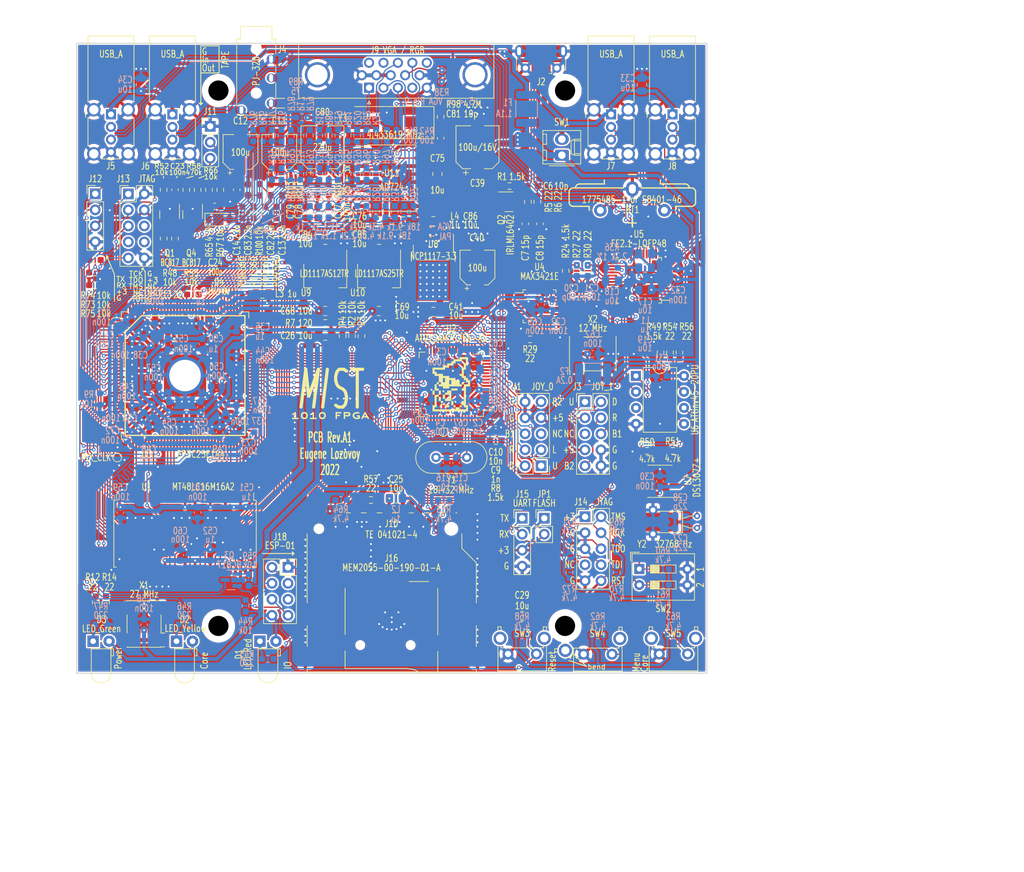
<source format=kicad_pcb>
(kicad_pcb (version 20211014) (generator pcbnew)

  (general
    (thickness 1.6)
  )

  (paper "A4")
  (title_block
    (title "MIST.1010")
    (date "2022-03-02")
    (rev "A1")
    (company "Eugene Lozovoy")
  )

  (layers
    (0 "F.Cu" signal)
    (31 "B.Cu" signal)
    (32 "B.Adhes" user "B.Adhesive")
    (33 "F.Adhes" user "F.Adhesive")
    (34 "B.Paste" user)
    (35 "F.Paste" user)
    (36 "B.SilkS" user "B.Silkscreen")
    (37 "F.SilkS" user "F.Silkscreen")
    (38 "B.Mask" user)
    (39 "F.Mask" user)
    (40 "Dwgs.User" user "User.Drawings")
    (41 "Cmts.User" user "User.Comments")
    (42 "Eco1.User" user "User.Eco1")
    (43 "Eco2.User" user "User.Eco2")
    (44 "Edge.Cuts" user)
    (45 "Margin" user)
    (46 "B.CrtYd" user "B.Courtyard")
    (47 "F.CrtYd" user "F.Courtyard")
    (48 "B.Fab" user)
    (49 "F.Fab" user)
    (50 "User.1" user)
    (51 "User.2" user)
    (52 "User.3" user)
    (53 "User.4" user)
    (54 "User.5" user)
    (55 "User.6" user)
    (56 "User.7" user)
    (57 "User.8" user)
    (58 "User.9" user)
  )

  (setup
    (stackup
      (layer "F.SilkS" (type "Top Silk Screen"))
      (layer "F.Paste" (type "Top Solder Paste"))
      (layer "F.Mask" (type "Top Solder Mask") (thickness 0.01))
      (layer "F.Cu" (type "copper") (thickness 0.035))
      (layer "dielectric 1" (type "core") (thickness 1.51) (material "FR4") (epsilon_r 4.5) (loss_tangent 0.02))
      (layer "B.Cu" (type "copper") (thickness 0.035))
      (layer "B.Mask" (type "Bottom Solder Mask") (thickness 0.01))
      (layer "B.Paste" (type "Bottom Solder Paste"))
      (layer "B.SilkS" (type "Bottom Silk Screen"))
      (copper_finish "None")
      (dielectric_constraints no)
    )
    (pad_to_mask_clearance 0)
    (grid_origin 149.2 47.6)
    (pcbplotparams
      (layerselection 0x00010f0_ffffffff)
      (disableapertmacros true)
      (usegerberextensions false)
      (usegerberattributes false)
      (usegerberadvancedattributes true)
      (creategerberjobfile true)
      (svguseinch false)
      (svgprecision 6)
      (excludeedgelayer true)
      (plotframeref false)
      (viasonmask false)
      (mode 1)
      (useauxorigin false)
      (hpglpennumber 1)
      (hpglpenspeed 20)
      (hpglpendiameter 15.000000)
      (dxfpolygonmode true)
      (dxfimperialunits true)
      (dxfusepcbnewfont true)
      (psnegative false)
      (psa4output false)
      (plotreference true)
      (plotvalue true)
      (plotinvisibletext false)
      (sketchpadsonfab false)
      (subtractmaskfromsilk false)
      (outputformat 1)
      (mirror false)
      (drillshape 0)
      (scaleselection 1)
      (outputdirectory "out/gerber/")
    )
  )

  (net 0 "")
  (net 1 "GND")
  (net 2 "+BATT")
  (net 3 "Net-(C1-Pad2)")
  (net 4 "+5V")
  (net 5 "Net-(D1-Pad1)")
  (net 6 "+3V3")
  (net 7 "Net-(C11-Pad1)")
  (net 8 "Net-(C9-Pad1)")
  (net 9 "Net-(C11-Pad2)")
  (net 10 "Net-(C12-Pad1)")
  (net 11 "Net-(C12-Pad2)")
  (net 12 "Net-(C15-Pad1)")
  (net 13 "Net-(C16-Pad1)")
  (net 14 "Net-(C18-Pad2)")
  (net 15 "Net-(C10-Pad1)")
  (net 16 "Net-(C19-Pad2)")
  (net 17 "+1V2")
  (net 18 "+1V2_PLL")
  (net 19 "/TX_FPGA")
  (net 20 "Net-(C17-Pad2)")
  (net 21 "Net-(C20-Pad1)")
  (net 22 "Net-(C22-Pad2)")
  (net 23 "Net-(D2-Pad1)")
  (net 24 "Net-(D3-Pad1)")
  (net 25 "Net-(C21-Pad1)")
  (net 26 "Net-(C23-Pad2)")
  (net 27 "/RST")
  (net 28 "/~{LED_ARM}")
  (net 29 "/~{LED_FPGA}")
  (net 30 "/~{JOY0_UP}")
  (net 31 "/~{JOY0_B1}")
  (net 32 "+5V_USB")
  (net 33 "/~{JOY0_DOWN}")
  (net 34 "/RX_FPGA")
  (net 35 "/~{JOY0_LEFT}")
  (net 36 "/~{JOY0_RIGHT}")
  (net 37 "/~{JOY0_B2}")
  (net 38 "/RTC_DP")
  (net 39 "+2V5")
  (net 40 "/~{JOY1_UP}")
  (net 41 "/~{JOY1_B1}")
  (net 42 "/USBHUB3_DP")
  (net 43 "/USBHUB3_DN")
  (net 44 "/USBHUB1_DP")
  (net 45 "/USBHUB1_DN")
  (net 46 "/USBHUB2_DP")
  (net 47 "/USBHUB2_DN")
  (net 48 "/USBHUB4_DP")
  (net 49 "/USBHUB4_DN")
  (net 50 "/~{JOY1_DOWN}")
  (net 51 "/~{JOY1_LEFT}")
  (net 52 "/~{JOY1_RIGHT}")
  (net 53 "Net-(R9-Pad2)")
  (net 54 "/~{JOY1_B2}")
  (net 55 "Net-(R12-Pad2)")
  (net 56 "/R")
  (net 57 "/G")
  (net 58 "Net-(R13-Pad1)")
  (net 59 "Net-(R14-Pad2)")
  (net 60 "/RTC_DN")
  (net 61 "/B")
  (net 62 "/Switch1")
  (net 63 "/Switch2")
  (net 64 "/Button1")
  (net 65 "/Button2")
  (net 66 "/CLK_12")
  (net 67 "/PIXEL_CLK")
  (net 68 "/CLK_27")
  (net 69 "/HS")
  (net 70 "/SS1")
  (net 71 "/MOSI")
  (net 72 "/MISO")
  (net 73 "/SD_CD")
  (net 74 "/SD_WP")
  (net 75 "/FPGA_TCK")
  (net 76 "/FPGA_TDO")
  (net 77 "/FPGA_TMS")
  (net 78 "/FPGA_TDI")
  (net 79 "/ARM_TMS")
  (net 80 "/ARM_TCK")
  (net 81 "/ARM_TDO")
  (net 82 "/ARM_TDI")
  (net 83 "/TX_ARM")
  (net 84 "/RX_ARM")
  (net 85 "Net-(JP1-Pad2)")
  (net 86 "/DM_PUP")
  (net 87 "Net-(J2-Pad1)")
  (net 88 "Net-(Q2-Pad3)")
  (net 89 "/CONF_DONE")
  (net 90 "/CONF_NSTATUS")
  (net 91 "/CONF_NCONFIG")
  (net 92 "/USB_DP")
  (net 93 "/USB_DN")
  (net 94 "Net-(R29-Pad2)")
  (net 95 "/AUDIO_L")
  (net 96 "/AUDIO_R")
  (net 97 "/SCK")
  (net 98 "/VGA_R0")
  (net 99 "/VGA_R1")
  (net 100 "/VGA_R2")
  (net 101 "/VGA_R3")
  (net 102 "/VGA_R4")
  (net 103 "/VGA_R5")
  (net 104 "/VGA_G0")
  (net 105 "/VGA_G1")
  (net 106 "/VGA_G2")
  (net 107 "/VGA_G3")
  (net 108 "/VGA_G4")
  (net 109 "/VGA_G5")
  (net 110 "/VGA_B0")
  (net 111 "/VGA_B1")
  (net 112 "Net-(R36-Pad1)")
  (net 113 "/VGA_B2")
  (net 114 "/VGA_B3")
  (net 115 "/VGA_B4")
  (net 116 "/VGA_B5")
  (net 117 "/VGA_VS")
  (net 118 "/VGA_HS")
  (net 119 "unconnected-(J18-Pad3)")
  (net 120 "Net-(R27-Pad1)")
  (net 121 "/RAM_DQ0")
  (net 122 "/RAM_DQ1")
  (net 123 "/RAM_DQ2")
  (net 124 "/RAM_DQ3")
  (net 125 "/RAM_DQ4")
  (net 126 "/RAM_DQ5")
  (net 127 "/RAM_DQ6")
  (net 128 "/RAM_DQ7")
  (net 129 "/RAM_DQML")
  (net 130 "/~{RAM_WE}")
  (net 131 "/~{RAM_CAS}")
  (net 132 "/~{RAM_RAS}")
  (net 133 "/~{RAM_CS}")
  (net 134 "/RAM_BA0")
  (net 135 "/RAM_BA1")
  (net 136 "/RAM_A10")
  (net 137 "/RAM_A0")
  (net 138 "/RAM_A1")
  (net 139 "/RAM_A2")
  (net 140 "/RAM_A3")
  (net 141 "/RAM_A4")
  (net 142 "/RAM_A5")
  (net 143 "/RAM_A6")
  (net 144 "/RAM_A7")
  (net 145 "/RAM_A8")
  (net 146 "/RAM_A9")
  (net 147 "/RAM_A11")
  (net 148 "/RAM_A12")
  (net 149 "/RAM_CLK")
  (net 150 "/RAM_DQMH")
  (net 151 "/RAM_DQ8")
  (net 152 "/RAM_DQ9")
  (net 153 "/RAM_DQ10")
  (net 154 "/RAM_DQ11")
  (net 155 "/RAM_DQ12")
  (net 156 "/RAM_DQ13")
  (net 157 "/RAM_DQ14")
  (net 158 "/RAM_DQ15")
  (net 159 "Net-(R30-Pad1)")
  (net 160 "/SS0")
  (net 161 "/SS2{slash}FPGA")
  (net 162 "/CONF_DATA0")
  (net 163 "/USBH_INT")
  (net 164 "/SS3{slash}OSD")
  (net 165 "/SS4{slash}SD_DIRECT")
  (net 166 "+5V_JOY")
  (net 167 "/TAPE_OUT")
  (net 168 "/TAPE_IN")
  (net 169 "Net-(C24-Pad1)")
  (net 170 "Net-(C24-Pad2)")
  (net 171 "/VS")
  (net 172 "Net-(J18-Pad2)")
  (net 173 "Net-(Q1-Pad1)")
  (net 174 "/CONF_DCLK")
  (net 175 "Net-(R50-Pad2)")
  (net 176 "Net-(R51-Pad2)")
  (net 177 "Net-(R54-Pad1)")
  (net 178 "Net-(R56-Pad1)")
  (net 179 "/SD_VDD")
  (net 180 "/SD_CLK")
  (net 181 "/SD_DAT1")
  (net 182 "/SD_DAT2")
  (net 183 "unconnected-(J18-Pad5)")
  (net 184 "Net-(C77-Pad1)")
  (net 185 "Net-(C77-Pad2)")
  (net 186 "Net-(C78-Pad1)")
  (net 187 "Net-(C78-Pad2)")
  (net 188 "Net-(C79-Pad1)")
  (net 189 "Net-(C80-Pad1)")
  (net 190 "Net-(C80-Pad2)")
  (net 191 "Net-(C81-Pad1)")
  (net 192 "/Composite")
  (net 193 "+5V_PAL")
  (net 194 "Net-(C79-Pad2)")
  (net 195 "Net-(J9-Pad9)")
  (net 196 "Net-(C27-Pad1)")
  (net 197 "Net-(C28-Pad1)")
  (net 198 "Net-(C82-Pad1)")
  (net 199 "Net-(C83-Pad1)")
  (net 200 "/UDN")
  (net 201 "/UDP")
  (net 202 "unconnected-(J1-Pad5)")
  (net 203 "unconnected-(J2-Pad4)")
  (net 204 "unconnected-(J3-Pad5)")
  (net 205 "unconnected-(J9-Pad4)")
  (net 206 "unconnected-(J9-Pad11)")
  (net 207 "unconnected-(J9-Pad12)")
  (net 208 "unconnected-(J9-Pad15)")
  (net 209 "unconnected-(J13-Pad6)")
  (net 210 "unconnected-(J13-Pad7)")
  (net 211 "unconnected-(J13-Pad8)")
  (net 212 "unconnected-(J14-Pad7)")
  (net 213 "unconnected-(U1-Pad40)")
  (net 214 "unconnected-(U2-Pad50)")
  (net 215 "Net-(TP2-Pad1)")
  (net 216 "unconnected-(U4-Pad1)")
  (net 217 "unconnected-(U4-Pad4)")
  (net 218 "unconnected-(U4-Pad5)")
  (net 219 "unconnected-(U4-Pad6)")
  (net 220 "unconnected-(U4-Pad7)")
  (net 221 "unconnected-(U4-Pad8)")
  (net 222 "unconnected-(U4-Pad9)")
  (net 223 "unconnected-(U4-Pad10)")
  (net 224 "unconnected-(U4-Pad11)")
  (net 225 "unconnected-(U4-Pad17)")
  (net 226 "unconnected-(U4-Pad25)")
  (net 227 "unconnected-(U4-Pad26)")
  (net 228 "unconnected-(U4-Pad27)")
  (net 229 "unconnected-(U4-Pad28)")
  (net 230 "unconnected-(U4-Pad29)")
  (net 231 "unconnected-(U4-Pad30)")
  (net 232 "unconnected-(U4-Pad31)")
  (net 233 "unconnected-(U4-Pad32)")
  (net 234 "unconnected-(U5-Pad1)")
  (net 235 "unconnected-(U5-Pad2)")
  (net 236 "unconnected-(U5-Pad3)")
  (net 237 "unconnected-(U5-Pad4)")
  (net 238 "unconnected-(U5-Pad5)")
  (net 239 "unconnected-(U5-Pad7)")
  (net 240 "unconnected-(U5-Pad23)")
  (net 241 "unconnected-(U5-Pad32)")
  (net 242 "unconnected-(U5-Pad33)")
  (net 243 "unconnected-(U5-Pad34)")
  (net 244 "unconnected-(U5-Pad35)")
  (net 245 "unconnected-(U5-Pad44)")
  (net 246 "unconnected-(U5-Pad46)")
  (net 247 "unconnected-(U5-Pad47)")
  (net 248 "unconnected-(U5-Pad48)")
  (net 249 "unconnected-(U6-Pad3)")
  (net 250 "unconnected-(U7-Pad7)")
  (net 251 "unconnected-(U11-Pad9)")
  (net 252 "unconnected-(U11-Pad11)")
  (net 253 "Net-(Q3-Pad1)")
  (net 254 "Net-(Q4-Pad1)")

  (footprint "Resistor_SMD:R_0603_1608Metric_Pad0.98x0.95mm_HandSolder" (layer "F.Cu") (at 142.9 94.1 -90))

  (footprint "Capacitor_SMD:C_0603_1608Metric_Pad1.08x0.95mm_HandSolder" (layer "F.Cu") (at 172.71 76.2625 -90))

  (footprint "Resistor_SMD:R_0603_1608Metric_Pad0.98x0.95mm_HandSolder" (layer "F.Cu") (at 171.15 94.6))

  (footprint "Connector_PinHeader_2.54mm:PinHeader_1x03_P2.54mm_Vertical" (layer "F.Cu") (at 120.4 60.775))

  (footprint "my:MountingHole_3.2mm_M3_dk5.2mm" (layer "F.Cu") (at 176.7 55.1))

  (footprint "Resistor_SMD:R_0603_1608Metric_Pad0.98x0.95mm_HandSolder" (layer "F.Cu") (at 113 78.6 -90))

  (footprint "Capacitor_SMD:C_0805_2012Metric_Pad1.18x1.45mm_HandSolder" (layer "F.Cu") (at 138.65 94 180))

  (footprint "Resistor_SMD:R_0603_1608Metric_Pad0.98x0.95mm_HandSolder" (layer "F.Cu") (at 114.8 78.6 -90))

  (footprint "Resistor_SMD:R_0603_1608Metric_Pad0.98x0.95mm_HandSolder" (layer "F.Cu") (at 167.8975 70.2625))

  (footprint "Capacitor_SMD:C_0603_1608Metric_Pad1.08x0.95mm_HandSolder" (layer "F.Cu") (at 121.1 73.5))

  (footprint "Oscillator:Oscillator_SMD_SeikoEpson_SG8002CA-4Pin_7.0x5.0mm" (layer "F.Cu") (at 109.9 139.7875 90))

  (footprint "Capacitor_SMD:CP_Elec_6.3x7.7" (layer "F.Cu") (at 162.8 64.1 90))

  (footprint "Resistor_SMD:R_0603_1608Metric_Pad0.98x0.95mm_HandSolder" (layer "F.Cu") (at 116.6 70.8625 90))

  (footprint "Package_QFP:LQFP-32_5x5mm_P0.5mm" (layer "F.Cu") (at 172.65 89.35))

  (footprint "Resistor_SMD:R_0603_1608Metric_Pad0.98x0.95mm_HandSolder" (layer "F.Cu") (at 118.4 70.8625 -90))

  (footprint "Connector_PinHeader_2.54mm:PinHeader_1x04_P2.54mm_Vertical" (layer "F.Cu") (at 169.9 123))

  (footprint "Connector_Dsub:DSUB-15-HD_Female_Horizontal_P2.29x1.98mm_EdgePinOffset3.03mm_Housed_MountingHolesOffset4.94mm" (layer "F.Cu") (at 145.6 54.650331 180))

  (footprint "Resistor_SMD:R_0603_1608Metric_Pad0.98x0.95mm_HandSolder" (layer "F.Cu") (at 102.25 136.35 90))

  (footprint "Package_SO:SOIC-8_3.9x4.9mm_P1.27mm" (layer "F.Cu") (at 191.75 117.1375 180))

  (footprint "Resistor_SMD:R_0603_1608Metric_Pad0.98x0.95mm_HandSolder" (layer "F.Cu") (at 103.85 136.35 90))

  (footprint "Capacitor_SMD:C_0603_1608Metric_Pad1.08x0.95mm_HandSolder" (layer "F.Cu") (at 126.4 70.8625 90))

  (footprint "Connector_PinHeader_2.54mm:PinHeader_1x02_P2.54mm_Vertical" (layer "F.Cu") (at 173.4 123))

  (footprint "Diode_SMD:D_SOD-123" (layer "F.Cu") (at 121.8 75.6))

  (footprint "LED_THT:LED_D3.0mm_Horizontal_O1.27mm_Z6.0mm" (layer "F.Cu") (at 128.2875 142.525))

  (footprint "Capacitor_SMD:C_0603_1608Metric_Pad1.08x0.95mm_HandSolder" (layer "F.Cu") (at 165.7 107.85))

  (footprint "Resistor_SMD:R_0603_1608Metric_Pad0.98x0.95mm_HandSolder" (layer "F.Cu") (at 138.65 92))

  (footprint "Capacitor_SMD:C_0603_1608Metric_Pad1.08x0.95mm_HandSolder" (layer "F.Cu") (at 131.8 70.8625 90))

  (footprint "Capacitor_SMD:C_0805_2012Metric_Pad1.18x1.45mm_HandSolder" (layer "F.Cu") (at 138.65 90.1 180))

  (footprint "Resistor_SMD:R_0603_1608Metric_Pad0.98x0.95mm_HandSolder" (layer "F.Cu") (at 189.7 112.3))

  (footprint "Connector_PinHeader_2.54mm:PinHeader_2x05_P2.54mm_Vertical" (layer "F.Cu") (at 179.875 122.775))

  (footprint "Capacitor_SMD:C_0805_2012Metric_Pad1.18x1.45mm_HandSolder" (layer "F.Cu") (at 147.1875 78.8 180))

  (footprint "Resistor_SMD:R_0603_1608Metric_Pad0.98x0.95mm_HandSolder" (layer "F.Cu") (at 127.3 74.4625 90))

  (footprint "LED_THT:LED_D3.0mm_Horizontal_O1.27mm_Z6.0mm" (layer "F.Cu") (at 115.05 142.525))

  (footprint "TestPoint:TestPoint_Pad_D1.0mm" (layer "F.Cu") (at 157.4 109.3))

  (footprint "Resistor_SMD:R_0603_1608Metric_Pad0.98x0.95mm_HandSolder" (layer "F.Cu") (at 141.4 94.1 -90))

  (footprint "Package_TO_SOT_SMD:TO-252-2" (layer "F.Cu") (at 155.8 83.2 -90))

  (footprint "Resistor_SMD:R_0603_1608Metric_Pad0.98x0.95mm_HandSolder" (layer "F.Cu") (at 191.85 96.7 90))

  (footprint "Resistor_SMD:R_0603_1608Metric_Pad0.98x0.95mm_HandSolder" (layer "F.Cu") (at 193.8 112.3 180))

  (footprint "Crystal:Crystal_C38-LF_D3.0mm_L8.0mm_Horizontal_1EP_style2" (layer "F.Cu") (at 197.65 122.65 -90))

  (footprint "Resistor_SMD:R_0603_1608Metric_Pad0.98x0.95mm_HandSolder" (layer "F.Cu") (at 194.85 96.7 90))

  (footprint "my:MountingHole_3.2mm_M3_dk5.2mm" (layer "F.Cu") (at 121.7 55.1))

  (footprint "Resistor_SMD:R_0603_1608Metric_Pad0.98x0.95mm_HandSolder" (layer "F.Cu") (at 117.65 87.4875))

  (footprint "my:PJ-320A_D" (layer "F.Cu") (at 127.7 53.28 -90))

  (footprint "Capacitor_SMD:C_0603_1608Metric_Pad1.08x0.95mm_HandSolder" (layer "F.Cu") (at 114.8 70.8625 -90))

  (footprint "Capacitor_SMD:CP_Elec_5x5.9" (layer "F.Cu")
    (tedit 5BCA39CF) (tstamp 401e3cdc-0de9-4b09-b132-2c92ba72b8f8)
    (at 131.35 64.85 90)
    (descr "SMD capacitor, aluminum electrolytic, Panasonic B6, 5.0x5.9mm")
    (tags "capacitor electrolytic")
    (property "Sheetfile" "mist1010.kicad_sch")
    (property "Sheetname" "")
    (path "/89808b0c-400a-4893-9cd3-804b6fc470f5")
    (attr smd)
    (fp_text reference "C11" (at 4.95 0 180) (layer "F.SilkS")
      (effects (font (size 1.1 0.8) (thickness 0.14)))
      (tstamp 5b49456a-fd7d-45cd-acde-620d961e11c8)
    )
    (fp_text value "100u" (at -0.75 0) (layer "F.Fab")
      (effects (font (size 1 1) (thickness 0.15)))
      (tstamp 5dd1ed85-fa9c-4d93-b8d8-75853c8b3fe2)
    )
    (fp_text user "${VALUE}" (at -0.05 0.05 unlocked) (layer "F.SilkS")
      (effects (font (size 1.1 0.8) (thickness 0.14)))
      (tstamp b0b2e12e-331a-43e2-9d64-7196ecab76d2)
    )
    (fp_text user "${REFERENCE}" (at 0.9 0 180) (layer "F.Fab")
      (effects (font (size 1 1) (thickness 0.15)))
      (tstamp 482eb44e-97b9-40d4-a6e5-b53b78ba5fb7)
    )
    (fp_line (start -1.695563 2.76) (end 2.76 2.76) (layer "F.SilkS") (width 0.12) (tstamp 0e25e4dc-8c0f-43c0-a6a6-f481f3ac4bdd))
    (fp_line (start 2.76 2.76) (end 2.76 1.06) (layer "F.SilkS") (width 0.12) (tstamp 1baa3f99-34cb-43cf-b297-651570411e44))
    (fp_line (start -2.76 -1.695563) (end -2.76 -1.06) (layer "F.SilkS") (width 0.12) (tstamp 285568c9-b849-40a7-9b3f-f290cf391fbd))
    (fp_line (start -3.3125 -1.9975) (end -3.3125 -1.3725) (layer "F.SilkS") (width 0.12) (tstamp 47eb2597-7ccc-4ef8-a2f7-5785d9861d9e))
    (fp_line (start 2.76 -2.76) (end 2.76 -1.06) (layer "F.SilkS") (width 0.12) (tstamp 4aba8d64-cf32-455d-bb57-4db8bc865709))
    (fp_line (start -2.76 -1.695563) (end -1.695563 -2.76) (layer "F.SilkS") (width 0.12) (tstamp a142049f-dd40-42e9-86d5-d2332e08ddf8))
    (fp_line (start -2.76 1.695563) (end -2.76 1.06) (layer "F.SilkS") (width 0.12) (tstamp bfea42bf-ac06-4988-b693-35c65f5c296d))
    (fp_line (start -3.625 -1.685) (end -3 -1.685) (layer "F.SilkS") (width 0.12) (tstamp c1a68679-3549-4880-8cc3-7628f6bfc05c))
    (fp_line (start -1.695563 -2.76) (end 2.76 -2.76) (layer "F.SilkS") (width 0.12) (tstamp d1c653a0-fed2-443c-9b2c-c73ecd6cc57b))
    (fp_line (start -2.76 1.695563) (end -1.695563 2.76) (layer "F.SilkS") (width 0.12) (tstamp f10f4a87-110a-4e2a-910c-ecdf4c350351))
    (fp_line (start -2.9 1.75) (end -1.75 2.9) (layer "F.CrtYd") (width 0.05) (tstamp 0484099c-8f23-4e08-8087-fc6ceae0774e))
    (fp_line (start -3.95 -1.05) (end -3.95 1.05) (layer "F.CrtYd") (width 0.05) (tstamp 2fb4ddf8-2287-4dda-a625-14f39da8e8df))
    (fp_line (start -3.95 1.05) (end -2.9 1.05) (layer "F.CrtYd") (width 0.05) (tstamp 3444ba8a-6d83-4d84-9657-ea669ff75626))
    (fp_line (start -2.9 1.05) (end -2.9 1.75) (layer "F.CrtYd") (width 0.05) (tstamp 3fb54d75-e550-4b5d-8279-75b155a0f01e))
    (fp_line (start -2.9 -1.75) (end -2.9 -1.05) (layer "F.CrtYd") (width 0.05) (tstamp 566111d3-ce77-4fd5-89b7-12c159f4d15c))
    (fp_line (start -1.75 2.9) (end 2.9 2.9) (layer "F.CrtYd") (width 0.05) (tstamp 6114e601-cfac-4cd5-b856-50ba499f603c))
    (fp_line (start -2.9 -1.75) (end -1.75 -2.9) (layer "F.CrtYd") (width 0.05) (tstamp 833dd5d7-321c-4d21-aaba-efa8ab56339b))
    (fp_line (start 2.9 -1.05) (end 3.95 -1.05) (layer "F.CrtYd") (width 0.05) (tstamp 935dfcd3-9338-4dc4-82c0-f7db9b208149))
    (fp_line (start -2.9 -1.05) (end -3.95 -1.05) (layer "F.CrtYd") (width 0.05) (tstamp a576639c-77ae-4634-a737-3ffcd4d55d76))
    (fp_line (start 3.95 1.05) (end 2.9 1.05) (layer "F.CrtYd") (width 0.05) (tstamp b2adfd72-60ca-4624-8a6a-783be0c5845d))
    (fp_line (start -1.75 -2.9) (end 2.9 -2.9) (layer "F.CrtYd") (width 0.05) (tstamp b7db22e2-71a3-44ea-a1ee-97e7483891e0))
    (fp_line (start 2.9 -2.9) (end 2.9 -1.05) (layer "F.CrtYd") (width 0.05) (tstamp c4c62925-f8a9-47b8-98b7-f12f9c376cd1))
    (fp_line (start 3.95 -1.05) (end 3.95 1.05) (layer "F.CrtYd") (width 0.05) (tstamp d6ba43db-e988-4164-abb1-0a9337f69b71))
    (fp_line (start 2.9 1.05) (end 2.9 2.9) (layer "F.CrtYd") (width 0.05) (tstamp f83de959-d053-44d5-859e-310c8865d773))
    (fp_li
... [4066251 chars truncated]
</source>
